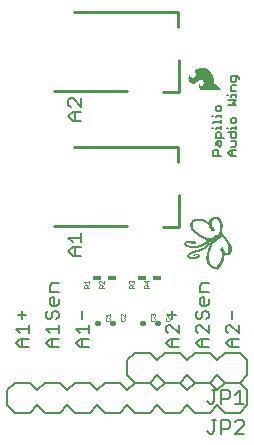
<source format=gbr>
G04 EAGLE Gerber RS-274X export*
G75*
%MOMM*%
%FSLAX34Y34*%
%LPD*%
%INSilkscreen Top*%
%IPPOS*%
%AMOC8*
5,1,8,0,0,1.08239X$1,22.5*%
G01*
%ADD10C,0.203200*%
%ADD11C,0.127000*%
%ADD12R,0.010600X0.341400*%
%ADD13R,0.010600X0.458600*%
%ADD14R,0.010800X0.501400*%
%ADD15R,0.010600X0.544000*%
%ADD16R,0.010600X0.587000*%
%ADD17R,0.010600X0.619000*%
%ADD18R,0.010600X0.672200*%
%ADD19R,0.010600X0.715200*%
%ADD20R,0.010600X0.747200*%
%ADD21R,0.010600X0.768600*%
%ADD22R,0.010600X0.811200*%
%ADD23R,0.010600X0.843200*%
%ADD24R,0.010600X0.875200*%
%ADD25R,0.010600X0.896600*%
%ADD26R,0.010600X0.928600*%
%ADD27R,0.010600X0.960600*%
%ADD28R,0.010600X0.981800*%
%ADD29R,0.010600X1.024600*%
%ADD30R,0.010600X1.056600*%
%ADD31R,0.010600X0.341600*%
%ADD32R,0.010600X0.320200*%
%ADD33R,0.010600X0.298600*%
%ADD34R,0.010600X0.288200*%
%ADD35R,0.010600X0.277200*%
%ADD36R,0.010600X0.256200*%
%ADD37R,0.010600X0.277400*%
%ADD38R,0.010600X0.224200*%
%ADD39R,0.010600X0.256000*%
%ADD40R,0.010600X0.213600*%
%ADD41R,0.010600X0.245400*%
%ADD42R,0.010600X0.202800*%
%ADD43R,0.010600X0.245200*%
%ADD44R,0.010600X0.192200*%
%ADD45R,0.010600X0.224000*%
%ADD46R,0.010600X0.213400*%
%ADD47R,0.010600X0.213200*%
%ADD48R,0.010600X0.234600*%
%ADD49R,0.010600X0.245600*%
%ADD50R,0.010600X0.181600*%
%ADD51R,0.010600X0.235000*%
%ADD52R,0.010600X0.171000*%
%ADD53R,0.010600X0.160200*%
%ADD54R,0.010600X0.149600*%
%ADD55R,0.010600X0.139000*%
%ADD56R,0.010600X0.117600*%
%ADD57R,0.010600X0.203000*%
%ADD58R,0.010600X0.106800*%
%ADD59R,0.010600X0.096200*%
%ADD60R,0.010600X0.085600*%
%ADD61R,0.010600X0.085400*%
%ADD62R,0.010600X0.170800*%
%ADD63R,0.010600X0.096000*%
%ADD64R,0.010600X0.160000*%
%ADD65R,0.010600X0.138600*%
%ADD66R,0.010600X0.106600*%
%ADD67R,0.010600X0.288000*%
%ADD68R,0.010600X0.384000*%
%ADD69R,0.010600X0.181400*%
%ADD70R,0.010600X0.149200*%
%ADD71R,0.010600X0.426600*%
%ADD72R,0.010600X0.149400*%
%ADD73R,0.010800X0.266600*%
%ADD74R,0.010800X0.160000*%
%ADD75R,0.010600X0.875000*%
%ADD76R,0.010600X0.928400*%
%ADD77R,0.010600X0.981600*%
%ADD78R,0.010600X1.035200*%
%ADD79R,0.010600X0.128000*%
%ADD80R,0.010600X1.078000*%
%ADD81R,0.010600X1.142000*%
%ADD82R,0.010600X1.184600*%
%ADD83R,0.010600X1.216600*%
%ADD84R,0.010600X1.238000*%
%ADD85R,0.010600X1.270000*%
%ADD86R,0.010600X0.480200*%
%ADD87R,0.010600X0.416000*%
%ADD88R,0.010600X0.394600*%
%ADD89R,0.010600X0.437600*%
%ADD90R,0.010600X0.266600*%
%ADD91R,0.010600X0.416200*%
%ADD92R,0.010600X0.352000*%
%ADD93R,0.010600X0.533600*%
%ADD94R,0.010600X0.395000*%
%ADD95R,0.010600X0.608400*%
%ADD96R,0.010600X0.373600*%
%ADD97R,0.010600X0.330600*%
%ADD98R,0.010600X0.715000*%
%ADD99R,0.010600X0.309400*%
%ADD100R,0.010600X0.309200*%
%ADD101R,0.010600X0.779000*%
%ADD102R,0.010600X0.320000*%
%ADD103R,0.010600X0.394800*%
%ADD104R,0.010600X0.907200*%
%ADD105R,0.010600X1.398000*%
%ADD106R,0.010600X1.419200*%
%ADD107R,0.010600X0.373400*%
%ADD108R,0.010600X1.451400*%
%ADD109R,0.010600X1.483400*%
%ADD110R,0.010600X0.362600*%
%ADD111R,0.010600X0.085200*%
%ADD112R,0.010600X1.504600*%
%ADD113R,0.010600X1.536600*%
%ADD114R,0.010600X1.558000*%
%ADD115R,0.010600X1.590000*%
%ADD116R,0.010600X0.522600*%
%ADD117R,0.010600X0.512000*%
%ADD118R,0.010600X0.501400*%
%ADD119R,0.010600X0.480000*%
%ADD120R,0.010600X0.459000*%
%ADD121R,0.010600X0.448200*%
%ADD122R,0.010600X0.427000*%
%ADD123R,0.010600X0.309600*%
%ADD124R,0.010600X0.384200*%
%ADD125R,0.010600X0.299000*%
%ADD126R,0.010600X0.298800*%
%ADD127R,0.010600X0.277600*%
%ADD128R,0.010600X0.267000*%
%ADD129R,0.010600X0.266800*%
%ADD130R,0.010600X0.202600*%
%ADD131R,0.010600X0.405600*%
%ADD132R,0.010600X0.234800*%
%ADD133R,0.010600X0.192000*%
%ADD134R,0.010600X0.448400*%
%ADD135R,0.010800X0.224200*%
%ADD136R,0.010800X0.469600*%
%ADD137R,0.010800X0.202600*%
%ADD138R,0.010600X0.469600*%
%ADD139R,0.010600X0.480400*%
%ADD140R,0.010600X0.491000*%
%ADD141R,0.010600X0.501600*%
%ADD142R,0.010600X0.117200*%
%ADD143R,0.010600X0.512200*%
%ADD144R,0.010600X0.490800*%
%ADD145R,0.010600X0.523000*%
%ADD146R,0.010600X0.554600*%
%ADD147R,0.010600X0.565400*%
%ADD148R,0.010600X0.170600*%
%ADD149R,0.010600X0.885600*%
%ADD150R,0.010600X0.853600*%
%ADD151R,0.010600X0.832200*%
%ADD152R,0.010600X0.800400*%
%ADD153R,0.010600X0.768200*%
%ADD154R,0.010600X0.736400*%
%ADD155R,0.010600X0.693600*%
%ADD156R,0.010600X0.117400*%
%ADD157R,0.010600X0.672400*%
%ADD158R,0.010600X0.064000*%
%ADD159R,0.010600X0.074600*%
%ADD160R,0.010600X0.629600*%
%ADD161R,0.010600X0.597600*%
%ADD162R,0.010600X0.021200*%
%ADD163R,0.010600X1.291400*%
%ADD164R,0.010800X1.195400*%
%ADD165R,0.010800X0.288000*%
%ADD166R,0.010800X0.106600*%
%ADD167R,0.010800X0.085400*%
%ADD168R,0.010600X1.152600*%
%ADD169R,0.010600X1.110000*%
%ADD170R,0.010600X0.971200*%
%ADD171R,0.010600X0.864600*%
%ADD172R,0.010600X0.800600*%
%ADD173R,0.010600X0.565600*%
%ADD174R,0.010600X0.490600*%
%ADD175R,0.010600X0.128200*%
%ADD176R,0.010600X0.138800*%
%ADD177R,0.010600X0.181200*%
%ADD178R,0.010600X0.074800*%
%ADD179R,0.010600X0.075000*%
%ADD180R,0.010800X0.085200*%
%ADD181R,0.010800X0.085600*%
%ADD182R,0.010800X0.170600*%
%ADD183R,0.010600X0.107000*%
%ADD184R,0.010600X0.053200*%
%ADD185R,0.010600X0.032000*%
%ADD186R,0.010600X0.053400*%
%ADD187R,0.010600X0.042600*%
%ADD188R,0.010600X0.010600*%
%ADD189R,0.010800X0.042600*%
%ADD190R,0.010800X0.074600*%
%ADD191R,0.010800X0.213200*%
%ADD192R,0.010600X0.725600*%
%ADD193R,0.010600X0.661600*%
%ADD194R,0.010600X0.522800*%
%ADD195R,0.010800X0.117200*%
%ADD196R,0.711200X0.406400*%
%ADD197C,0.025400*%
%ADD198C,0.254000*%
%ADD199C,0.406400*%

G36*
X181590Y272927D02*
X181590Y272927D01*
X181594Y272925D01*
X181634Y272946D01*
X181676Y272963D01*
X181678Y272968D01*
X181682Y272970D01*
X181695Y273013D01*
X181711Y273055D01*
X181709Y273060D01*
X181711Y273064D01*
X181675Y273134D01*
X181670Y273144D01*
X181669Y273145D01*
X176187Y278017D01*
X175405Y278871D01*
X174816Y279861D01*
X174689Y280212D01*
X174624Y280580D01*
X174624Y282855D01*
X174622Y282860D01*
X174624Y282866D01*
X174500Y284230D01*
X174494Y284240D01*
X174496Y284252D01*
X174128Y285571D01*
X174120Y285579D01*
X174119Y285592D01*
X173519Y286822D01*
X173512Y286829D01*
X173509Y286840D01*
X172692Y287997D01*
X172684Y288002D01*
X172681Y288011D01*
X171709Y289042D01*
X171701Y289046D01*
X171698Y289052D01*
X171697Y289053D01*
X171696Y289054D01*
X170589Y289939D01*
X170579Y289941D01*
X170572Y289950D01*
X168891Y290897D01*
X168880Y290898D01*
X168870Y290906D01*
X167046Y291534D01*
X167035Y291533D01*
X167024Y291540D01*
X165117Y291828D01*
X165106Y291825D01*
X165094Y291830D01*
X163166Y291769D01*
X163157Y291765D01*
X163145Y291767D01*
X162106Y291560D01*
X162098Y291555D01*
X162088Y291555D01*
X161090Y291197D01*
X161083Y291191D01*
X161072Y291190D01*
X160138Y290688D01*
X160131Y290679D01*
X160119Y290676D01*
X158982Y289769D01*
X158976Y289758D01*
X158963Y289751D01*
X158042Y288625D01*
X158030Y288582D01*
X158014Y288541D01*
X158016Y288536D01*
X158015Y288530D01*
X158037Y288492D01*
X158055Y288452D01*
X158061Y288449D01*
X158063Y288445D01*
X158092Y288437D01*
X158140Y288419D01*
X159020Y288419D01*
X159141Y288403D01*
X159243Y288359D01*
X159583Y288085D01*
X159831Y287724D01*
X159896Y287550D01*
X159954Y287012D01*
X159856Y286482D01*
X159607Y285994D01*
X158956Y285092D01*
X158602Y284680D01*
X158192Y284329D01*
X157734Y284046D01*
X157240Y283840D01*
X156940Y283781D01*
X156637Y283793D01*
X156118Y283950D01*
X155658Y284236D01*
X155288Y284631D01*
X155033Y285112D01*
X154895Y285602D01*
X154837Y286113D01*
X154837Y286716D01*
X154837Y286717D01*
X154828Y286739D01*
X154799Y286807D01*
X154707Y286842D01*
X154697Y286838D01*
X154622Y286804D01*
X154619Y286802D01*
X154618Y286801D01*
X154617Y286800D01*
X154597Y286779D01*
X154595Y286775D01*
X154592Y286774D01*
X154591Y286770D01*
X154586Y286768D01*
X154248Y286333D01*
X154244Y286318D01*
X154232Y286306D01*
X154011Y285802D01*
X154011Y285801D01*
X153859Y285445D01*
X153758Y285217D01*
X153758Y285207D01*
X153751Y285197D01*
X153531Y284319D01*
X153533Y284310D01*
X153528Y284300D01*
X153442Y283400D01*
X153446Y283390D01*
X153442Y283378D01*
X153508Y282510D01*
X153514Y282499D01*
X153513Y282486D01*
X153744Y281646D01*
X153752Y281636D01*
X153753Y281623D01*
X154141Y280843D01*
X154149Y280836D01*
X154152Y280825D01*
X154712Y280048D01*
X154719Y280044D01*
X154723Y280035D01*
X155381Y279339D01*
X155392Y279334D01*
X155400Y279323D01*
X156003Y278892D01*
X156018Y278889D01*
X156031Y278877D01*
X156723Y278610D01*
X156739Y278610D01*
X156754Y278602D01*
X157491Y278515D01*
X157506Y278520D01*
X157523Y278516D01*
X158258Y278615D01*
X158271Y278623D01*
X158288Y278623D01*
X158976Y278903D01*
X158985Y278912D01*
X158999Y278915D01*
X160757Y280102D01*
X160763Y280110D01*
X160773Y280114D01*
X162314Y281567D01*
X162749Y281937D01*
X163252Y282177D01*
X163800Y282279D01*
X164356Y282236D01*
X164881Y282050D01*
X165341Y281735D01*
X165706Y281310D01*
X165999Y280767D01*
X166197Y280181D01*
X166294Y279571D01*
X166259Y278860D01*
X166052Y278182D01*
X165687Y277576D01*
X165359Y277263D01*
X164955Y277057D01*
X164539Y276964D01*
X164111Y276964D01*
X163696Y277057D01*
X163558Y277129D01*
X163444Y277247D01*
X162845Y278071D01*
X162774Y278204D01*
X162746Y278342D01*
X162762Y278500D01*
X162748Y278543D01*
X162737Y278588D01*
X162733Y278590D01*
X162732Y278594D01*
X162691Y278614D01*
X162652Y278637D01*
X162648Y278636D01*
X162644Y278638D01*
X162601Y278623D01*
X162557Y278610D01*
X162555Y278607D01*
X162551Y278606D01*
X162532Y278568D01*
X162511Y278532D01*
X162435Y278049D01*
X162437Y278044D01*
X162434Y278039D01*
X162361Y277099D01*
X162363Y277093D01*
X162361Y277087D01*
X162362Y277084D01*
X162361Y277079D01*
X162434Y276139D01*
X162439Y276129D01*
X162438Y276117D01*
X162622Y275418D01*
X162630Y275408D01*
X162631Y275394D01*
X162952Y274746D01*
X162961Y274738D01*
X162965Y274724D01*
X163410Y274154D01*
X163421Y274148D01*
X163427Y274136D01*
X163977Y273666D01*
X163989Y273662D01*
X163998Y273651D01*
X164730Y273250D01*
X164743Y273249D01*
X164754Y273240D01*
X165553Y273000D01*
X165566Y273001D01*
X165579Y272995D01*
X166410Y272925D01*
X166416Y272927D01*
X166421Y272925D01*
X181585Y272925D01*
X181590Y272927D01*
G37*
D10*
X43434Y55626D02*
X36316Y55626D01*
X32757Y59185D01*
X36316Y62744D01*
X43434Y62744D01*
X38095Y62744D02*
X38095Y55626D01*
X36316Y67320D02*
X32757Y70879D01*
X43434Y70879D01*
X43434Y67320D02*
X43434Y74438D01*
X32757Y84353D02*
X34536Y86132D01*
X32757Y84353D02*
X32757Y80793D01*
X34536Y79014D01*
X36316Y79014D01*
X38095Y80793D01*
X38095Y84353D01*
X39875Y86132D01*
X41655Y86132D01*
X43434Y84353D01*
X43434Y80793D01*
X41655Y79014D01*
X43434Y92487D02*
X43434Y96046D01*
X43434Y92487D02*
X41655Y90708D01*
X38095Y90708D01*
X36316Y92487D01*
X36316Y96046D01*
X38095Y97826D01*
X39875Y97826D01*
X39875Y90708D01*
X43434Y102402D02*
X36316Y102402D01*
X36316Y107740D01*
X38095Y109520D01*
X43434Y109520D01*
X137916Y55626D02*
X145034Y55626D01*
X137916Y55626D02*
X134357Y59185D01*
X137916Y62744D01*
X145034Y62744D01*
X139695Y62744D02*
X139695Y55626D01*
X145034Y67320D02*
X145034Y74438D01*
X145034Y67320D02*
X137916Y74438D01*
X136136Y74438D01*
X134357Y72659D01*
X134357Y69099D01*
X136136Y67320D01*
X139695Y79014D02*
X139695Y86132D01*
X136136Y82573D02*
X143255Y82573D01*
X188716Y55626D02*
X195834Y55626D01*
X188716Y55626D02*
X185157Y59185D01*
X188716Y62744D01*
X195834Y62744D01*
X190495Y62744D02*
X190495Y55626D01*
X195834Y67320D02*
X195834Y74438D01*
X195834Y67320D02*
X188716Y74438D01*
X186936Y74438D01*
X185157Y72659D01*
X185157Y69099D01*
X186936Y67320D01*
X190495Y79014D02*
X190495Y86132D01*
X18034Y55626D02*
X10916Y55626D01*
X7357Y59185D01*
X10916Y62744D01*
X18034Y62744D01*
X12695Y62744D02*
X12695Y55626D01*
X10916Y67320D02*
X7357Y70879D01*
X18034Y70879D01*
X18034Y67320D02*
X18034Y74438D01*
X12695Y79014D02*
X12695Y86132D01*
X9136Y82573D02*
X16255Y82573D01*
X61716Y55626D02*
X68834Y55626D01*
X61716Y55626D02*
X58157Y59185D01*
X61716Y62744D01*
X68834Y62744D01*
X63495Y62744D02*
X63495Y55626D01*
X61716Y67320D02*
X58157Y70879D01*
X68834Y70879D01*
X68834Y67320D02*
X68834Y74438D01*
X63495Y79014D02*
X63495Y86132D01*
X163316Y55626D02*
X170434Y55626D01*
X163316Y55626D02*
X159757Y59185D01*
X163316Y62744D01*
X170434Y62744D01*
X165095Y62744D02*
X165095Y55626D01*
X170434Y67320D02*
X170434Y74438D01*
X170434Y67320D02*
X163316Y74438D01*
X161536Y74438D01*
X159757Y72659D01*
X159757Y69099D01*
X161536Y67320D01*
X159757Y84353D02*
X161536Y86132D01*
X159757Y84353D02*
X159757Y80793D01*
X161536Y79014D01*
X163316Y79014D01*
X165095Y80793D01*
X165095Y84353D01*
X166875Y86132D01*
X168655Y86132D01*
X170434Y84353D01*
X170434Y80793D01*
X168655Y79014D01*
X170434Y92487D02*
X170434Y96046D01*
X170434Y92487D02*
X168655Y90708D01*
X165095Y90708D01*
X163316Y92487D01*
X163316Y96046D01*
X165095Y97826D01*
X166875Y97826D01*
X166875Y90708D01*
X170434Y102402D02*
X163316Y102402D01*
X163316Y107740D01*
X165095Y109520D01*
X170434Y109520D01*
D11*
X174111Y217805D02*
X180975Y217805D01*
X174111Y217805D02*
X174111Y221237D01*
X175255Y222381D01*
X177543Y222381D01*
X178687Y221237D01*
X178687Y217805D01*
X176399Y226433D02*
X176399Y228721D01*
X177543Y229865D01*
X180975Y229865D01*
X180975Y226433D01*
X179831Y225289D01*
X178687Y226433D01*
X178687Y229865D01*
X176399Y232773D02*
X183263Y232773D01*
X176399Y232773D02*
X176399Y236205D01*
X177543Y237349D01*
X179831Y237349D01*
X180975Y236205D01*
X180975Y232773D01*
X176399Y240257D02*
X176399Y241401D01*
X180975Y241401D01*
X180975Y240257D02*
X180975Y242545D01*
X174111Y241401D02*
X172967Y241401D01*
X174111Y245247D02*
X174111Y246391D01*
X180975Y246391D01*
X180975Y245247D02*
X180975Y247535D01*
X176399Y250236D02*
X176399Y251380D01*
X180975Y251380D01*
X180975Y250236D02*
X180975Y252524D01*
X174111Y251380D02*
X172967Y251380D01*
X180975Y256370D02*
X180975Y258658D01*
X179831Y259802D01*
X177543Y259802D01*
X176399Y258658D01*
X176399Y256370D01*
X177543Y255226D01*
X179831Y255226D01*
X180975Y256370D01*
X189099Y217805D02*
X193675Y217805D01*
X189099Y217805D02*
X186811Y220093D01*
X189099Y222381D01*
X193675Y222381D01*
X190243Y222381D02*
X190243Y217805D01*
X189099Y225289D02*
X192531Y225289D01*
X193675Y226433D01*
X193675Y229865D01*
X189099Y229865D01*
X186811Y237349D02*
X193675Y237349D01*
X193675Y233917D01*
X192531Y232773D01*
X190243Y232773D01*
X189099Y233917D01*
X189099Y237349D01*
X189099Y240257D02*
X189099Y241401D01*
X193675Y241401D01*
X193675Y240257D02*
X193675Y242545D01*
X186811Y241401D02*
X185667Y241401D01*
X193675Y246391D02*
X193675Y248679D01*
X192531Y249823D01*
X190243Y249823D01*
X189099Y248679D01*
X189099Y246391D01*
X190243Y245247D01*
X192531Y245247D01*
X193675Y246391D01*
X193675Y260215D02*
X186811Y260215D01*
X191387Y262503D02*
X193675Y260215D01*
X191387Y262503D02*
X193675Y264791D01*
X186811Y264791D01*
X189099Y267699D02*
X189099Y268843D01*
X193675Y268843D01*
X193675Y267699D02*
X193675Y269987D01*
X186811Y268843D02*
X185667Y268843D01*
X189099Y272689D02*
X193675Y272689D01*
X189099Y272689D02*
X189099Y276121D01*
X190243Y277265D01*
X193675Y277265D01*
X195963Y282461D02*
X195963Y283605D01*
X194819Y284749D01*
X189099Y284749D01*
X189099Y281317D01*
X190243Y280173D01*
X192531Y280173D01*
X193675Y281317D01*
X193675Y284749D01*
D12*
X189972Y138293D03*
D13*
X189866Y138559D03*
D14*
X189758Y138560D03*
D15*
X189650Y138559D03*
D16*
X189543Y138561D03*
D17*
X189436Y138614D03*
D18*
X189330Y138667D03*
D19*
X189223Y138666D03*
D20*
X189116Y138719D03*
D21*
X189010Y138720D03*
D22*
X188903Y138719D03*
D23*
X188796Y138773D03*
D24*
X188690Y138719D03*
D25*
X188583Y138720D03*
D26*
X188476Y138773D03*
D27*
X188370Y138826D03*
D28*
X188263Y138826D03*
D29*
X188156Y138933D03*
D30*
X188050Y138986D03*
D31*
X187943Y135411D03*
D32*
X187943Y142881D03*
X187836Y135198D03*
D33*
X187836Y143096D03*
D34*
X187729Y135038D03*
D35*
X187729Y143309D03*
D36*
X187623Y134878D03*
D37*
X187623Y143523D03*
D38*
X187516Y134718D03*
D39*
X187516Y143736D03*
D40*
X187409Y134665D03*
D41*
X187409Y143896D03*
D42*
X187303Y134611D03*
D43*
X187303Y144109D03*
D42*
X187196Y134504D03*
D41*
X187196Y144323D03*
D44*
X187089Y134451D03*
D43*
X187089Y144536D03*
D44*
X186983Y134451D03*
D45*
X186983Y144750D03*
D44*
X186876Y134451D03*
D45*
X186876Y144856D03*
D44*
X186769Y134451D03*
D45*
X186769Y145070D03*
D44*
X186663Y134451D03*
D46*
X186663Y145230D03*
D44*
X186556Y134451D03*
D47*
X186556Y145336D03*
D44*
X186449Y134451D03*
D45*
X186449Y145496D03*
D44*
X186343Y134451D03*
D45*
X186343Y145710D03*
D44*
X186236Y134451D03*
D48*
X186236Y145869D03*
D44*
X186129Y134451D03*
D48*
X186129Y146083D03*
D44*
X186023Y134451D03*
D48*
X186023Y146296D03*
D44*
X185916Y134451D03*
D48*
X185916Y146509D03*
D44*
X185809Y134451D03*
D48*
X185809Y146616D03*
D44*
X185703Y134451D03*
D49*
X185703Y146778D03*
D44*
X185596Y134451D03*
D36*
X185596Y146937D03*
D44*
X185489Y134451D03*
D49*
X185489Y147098D03*
D50*
X185383Y134505D03*
D51*
X185383Y147258D03*
D52*
X185276Y134558D03*
D38*
X185276Y147418D03*
D53*
X185169Y134611D03*
D40*
X185169Y147578D03*
D54*
X185062Y134665D03*
D40*
X185062Y147685D03*
D55*
X184956Y134718D03*
D42*
X184956Y147844D03*
D56*
X184849Y134825D03*
D42*
X184849Y147951D03*
D56*
X184742Y134931D03*
D57*
X184742Y148058D03*
D58*
X184636Y134984D03*
D42*
X184636Y148164D03*
D59*
X184529Y135144D03*
D42*
X184529Y148271D03*
D59*
X184422Y135251D03*
D44*
X184422Y148431D03*
D60*
X184316Y135411D03*
D52*
X184316Y148538D03*
D61*
X184209Y135626D03*
D62*
X184209Y148644D03*
D63*
X184102Y135786D03*
D64*
X184102Y148806D03*
D65*
X183996Y133223D03*
D66*
X183996Y135946D03*
D64*
X183996Y148913D03*
D67*
X183889Y132690D03*
D65*
X183889Y136106D03*
D64*
X183889Y149019D03*
D12*
X183782Y132743D03*
D64*
X183782Y136319D03*
X183782Y149126D03*
D68*
X183676Y132636D03*
D69*
X183676Y136533D03*
D70*
X183676Y149179D03*
D71*
X183569Y132636D03*
D45*
X183569Y136746D03*
D72*
X183569Y149286D03*
D14*
X183461Y132583D03*
D73*
X183461Y136852D03*
D74*
X183461Y149339D03*
D75*
X183353Y134131D03*
D72*
X183353Y149393D03*
D76*
X183246Y134078D03*
D65*
X183246Y149446D03*
D77*
X183140Y134024D03*
D65*
X183140Y149552D03*
D78*
X183033Y133863D03*
D79*
X183033Y149606D03*
D80*
X182926Y133863D03*
D47*
X182926Y150139D03*
D81*
X182820Y133650D03*
D45*
X182820Y150299D03*
D82*
X182713Y133543D03*
D48*
X182713Y150352D03*
D83*
X182606Y133490D03*
D48*
X182606Y150459D03*
D84*
X182500Y133383D03*
D41*
X182500Y150513D03*
D79*
X182500Y158676D03*
D85*
X182393Y133330D03*
D43*
X182393Y150619D03*
D47*
X182393Y158676D03*
D86*
X182286Y128954D03*
D87*
X182286Y137599D03*
D39*
X182286Y150673D03*
D88*
X182286Y158516D03*
D89*
X182180Y128421D03*
D68*
X182180Y137759D03*
D90*
X182180Y150726D03*
D86*
X182180Y158624D03*
D91*
X182073Y128101D03*
D92*
X182073Y137813D03*
D90*
X182073Y150726D03*
D93*
X182073Y158571D03*
D94*
X181966Y127888D03*
D12*
X181966Y137866D03*
D37*
X181966Y150673D03*
D95*
X181966Y158411D03*
D96*
X181860Y127568D03*
D97*
X181860Y137919D03*
D67*
X181860Y150619D03*
D98*
X181860Y158198D03*
D96*
X181753Y127354D03*
D99*
X181753Y138026D03*
D100*
X181753Y150619D03*
D101*
X181753Y158091D03*
D94*
X181646Y127141D03*
D33*
X181646Y138079D03*
D102*
X181646Y150566D03*
D23*
X181646Y158196D03*
D103*
X181539Y127034D03*
D35*
X181539Y138079D03*
D92*
X181539Y150619D03*
D104*
X181539Y158089D03*
D94*
X181433Y126821D03*
D39*
X181433Y138186D03*
D105*
X181433Y155743D03*
D88*
X181326Y126606D03*
D48*
X181326Y138186D03*
D106*
X181326Y155849D03*
D107*
X181219Y126393D03*
D47*
X181219Y138186D03*
D108*
X181219Y155903D03*
D107*
X181113Y126180D03*
D69*
X181113Y138133D03*
D109*
X181113Y155956D03*
D110*
X181006Y126019D03*
D111*
X181006Y138079D03*
D112*
X181006Y155956D03*
D110*
X180899Y125806D03*
D113*
X180899Y156009D03*
D12*
X180793Y125593D03*
D114*
X180793Y156009D03*
D12*
X180686Y125380D03*
D115*
X180686Y156063D03*
D12*
X180579Y125166D03*
D116*
X180579Y150726D03*
D96*
X180579Y162251D03*
D97*
X180473Y125006D03*
D117*
X180473Y150566D03*
D97*
X180473Y162572D03*
D12*
X180366Y124846D03*
D118*
X180366Y150406D03*
D97*
X180366Y162786D03*
X180259Y124686D03*
D119*
X180259Y150299D03*
D102*
X180259Y162946D03*
X180153Y124526D03*
D120*
X180153Y150085D03*
D99*
X180153Y163106D03*
D102*
X180046Y124419D03*
D121*
X180046Y150031D03*
D67*
X180046Y163213D03*
D102*
X179939Y124206D03*
D122*
X179939Y149925D03*
D37*
X179939Y163373D03*
D102*
X179833Y124099D03*
D91*
X179833Y149764D03*
D35*
X179833Y163479D03*
D99*
X179726Y124046D03*
D94*
X179726Y149658D03*
D90*
X179726Y163639D03*
D123*
X179619Y123938D03*
D103*
X179619Y149551D03*
D90*
X179619Y163746D03*
D123*
X179513Y123831D03*
D124*
X179513Y149498D03*
D41*
X179513Y163853D03*
D125*
X179406Y123778D03*
D124*
X179406Y149391D03*
D41*
X179406Y163960D03*
D126*
X179299Y123671D03*
D94*
X179299Y149338D03*
D43*
X179299Y164066D03*
D34*
X179193Y123618D03*
D103*
X179193Y149231D03*
D41*
X179193Y164173D03*
D34*
X179086Y123511D03*
D124*
X179086Y149178D03*
D48*
X179086Y164226D03*
D127*
X178979Y123458D03*
D94*
X178979Y149125D03*
D45*
X178979Y164280D03*
D128*
X178872Y123298D03*
D94*
X178872Y149018D03*
D48*
X178872Y164333D03*
D129*
X178766Y123191D03*
D124*
X178766Y148964D03*
D45*
X178766Y164386D03*
D129*
X178659Y123191D03*
D124*
X178659Y148858D03*
D46*
X178659Y164440D03*
D128*
X178552Y123085D03*
D124*
X178552Y148858D03*
D47*
X178552Y164546D03*
D36*
X178446Y123031D03*
D124*
X178446Y148751D03*
D130*
X178446Y164599D03*
D128*
X178339Y122978D03*
D94*
X178339Y148698D03*
D130*
X178339Y164599D03*
D36*
X178232Y122924D03*
D103*
X178232Y148591D03*
D130*
X178232Y164706D03*
D49*
X178126Y122871D03*
D131*
X178126Y148538D03*
D130*
X178126Y164706D03*
D49*
X178019Y122765D03*
D91*
X178019Y148378D03*
D130*
X178019Y164706D03*
D132*
X177912Y122711D03*
D122*
X177912Y148325D03*
D133*
X177912Y164760D03*
D38*
X177806Y122658D03*
D122*
X177806Y148218D03*
D130*
X177806Y164813D03*
D38*
X177699Y122658D03*
D121*
X177699Y148111D03*
D133*
X177699Y164866D03*
D38*
X177592Y122551D03*
D121*
X177592Y148004D03*
D133*
X177592Y164866D03*
D38*
X177486Y122551D03*
D134*
X177486Y147898D03*
D133*
X177486Y164973D03*
D38*
X177379Y122551D03*
D120*
X177379Y147845D03*
D133*
X177379Y164973D03*
D38*
X177272Y122551D03*
D120*
X177272Y147738D03*
D133*
X177272Y164973D03*
D38*
X177166Y122551D03*
D120*
X177166Y147631D03*
D130*
X177166Y165026D03*
D135*
X177058Y122551D03*
D136*
X177058Y147578D03*
D137*
X177058Y165026D03*
D38*
X176950Y122551D03*
D138*
X176950Y147471D03*
D130*
X176950Y165026D03*
D51*
X176843Y122498D03*
D139*
X176843Y147418D03*
D130*
X176843Y165026D03*
D51*
X176736Y122498D03*
D140*
X176736Y147365D03*
D46*
X176736Y165080D03*
D51*
X176630Y122498D03*
D140*
X176630Y147258D03*
D46*
X176630Y165080D03*
D38*
X176523Y122551D03*
D141*
X176523Y147204D03*
D46*
X176523Y165080D03*
D38*
X176416Y122551D03*
D140*
X176416Y147151D03*
D46*
X176416Y165080D03*
D38*
X176310Y122551D03*
D141*
X176310Y147098D03*
D45*
X176310Y165026D03*
D38*
X176203Y122551D03*
D141*
X176203Y146991D03*
D45*
X176203Y165026D03*
D38*
X176096Y122551D03*
D141*
X176096Y146884D03*
D45*
X176096Y165026D03*
D40*
X175990Y122605D03*
D141*
X175990Y146778D03*
D48*
X175990Y164973D03*
D40*
X175883Y122605D03*
D141*
X175883Y146671D03*
D48*
X175883Y164973D03*
D40*
X175776Y122605D03*
D141*
X175776Y146671D03*
D41*
X175776Y164920D03*
D57*
X175670Y122658D03*
D141*
X175670Y146564D03*
D41*
X175670Y164813D03*
D57*
X175563Y122658D03*
D141*
X175563Y146458D03*
D142*
X175563Y154782D03*
D48*
X175563Y164759D03*
D40*
X175456Y122711D03*
D143*
X175456Y146404D03*
D70*
X175456Y154942D03*
D43*
X175456Y164706D03*
D40*
X175350Y122711D03*
D143*
X175350Y146297D03*
D50*
X175350Y154995D03*
D48*
X175350Y164653D03*
D40*
X175243Y122818D03*
D141*
X175243Y146244D03*
D40*
X175243Y155048D03*
D41*
X175243Y164600D03*
D40*
X175136Y122818D03*
D140*
X175136Y146191D03*
D51*
X175136Y155048D03*
D48*
X175136Y164546D03*
D40*
X175029Y122818D03*
D141*
X175029Y146138D03*
D49*
X175029Y155101D03*
D48*
X175029Y164439D03*
D40*
X174923Y122925D03*
D144*
X174923Y146084D03*
D128*
X174923Y155208D03*
D48*
X174923Y164439D03*
D40*
X174816Y122925D03*
D141*
X174816Y146031D03*
D128*
X174816Y155208D03*
D48*
X174816Y164333D03*
D40*
X174709Y123031D03*
D143*
X174709Y145977D03*
D127*
X174709Y155261D03*
D41*
X174709Y164280D03*
D40*
X174603Y123031D03*
D143*
X174603Y145871D03*
D127*
X174603Y155261D03*
D41*
X174603Y164173D03*
D40*
X174496Y123138D03*
D143*
X174496Y145764D03*
D34*
X174496Y155314D03*
D48*
X174496Y164119D03*
D40*
X174389Y123138D03*
D143*
X174389Y145764D03*
D125*
X174389Y155368D03*
D48*
X174389Y164013D03*
D40*
X174283Y123245D03*
D145*
X174283Y145604D03*
D123*
X174283Y155421D03*
D48*
X174283Y163906D03*
D38*
X174176Y123298D03*
D145*
X174176Y145498D03*
D125*
X174176Y155475D03*
D45*
X174176Y163853D03*
D38*
X174069Y123404D03*
D145*
X174069Y145391D03*
D126*
X174069Y155581D03*
D45*
X174069Y163746D03*
D38*
X173963Y123511D03*
D93*
X173963Y145231D03*
D35*
X173963Y155689D03*
D45*
X173963Y163640D03*
D51*
X173856Y123565D03*
D15*
X173856Y145069D03*
D37*
X173856Y155796D03*
D41*
X173856Y163426D03*
D48*
X173749Y123672D03*
D146*
X173749Y144909D03*
D37*
X173749Y155903D03*
D39*
X173749Y163266D03*
D48*
X173643Y123779D03*
D147*
X173643Y144856D03*
D67*
X173643Y156063D03*
D33*
X173643Y163052D03*
D48*
X173536Y123886D03*
D69*
X173536Y142723D03*
D110*
X173536Y145763D03*
D67*
X173536Y156169D03*
D99*
X173536Y162893D03*
D45*
X173429Y123939D03*
D148*
X173429Y142349D03*
D12*
X173429Y145870D03*
D67*
X173429Y156276D03*
D99*
X173429Y162786D03*
D45*
X173323Y124046D03*
D50*
X173323Y142081D03*
D102*
X173323Y145870D03*
D33*
X173323Y156436D03*
D97*
X173323Y162679D03*
D45*
X173216Y124153D03*
D50*
X173216Y141868D03*
D99*
X173216Y145923D03*
X173216Y156703D03*
D110*
X173216Y162412D03*
D45*
X173109Y124259D03*
D42*
X173109Y141654D03*
D33*
X173109Y145976D03*
D149*
X173109Y159691D03*
D45*
X173003Y124366D03*
D40*
X173003Y141495D03*
D67*
X173003Y146030D03*
D150*
X173003Y159744D03*
D45*
X172896Y124473D03*
D36*
X172896Y141281D03*
D37*
X172896Y146083D03*
D151*
X172896Y159744D03*
D48*
X172789Y124632D03*
D129*
X172789Y141121D03*
D90*
X172789Y146136D03*
D152*
X172789Y159691D03*
D48*
X172683Y124739D03*
D34*
X172683Y140907D03*
D39*
X172683Y146190D03*
D153*
X172683Y159744D03*
D45*
X172576Y124899D03*
D127*
X172576Y140748D03*
D41*
X172576Y146243D03*
D154*
X172576Y159798D03*
D48*
X172469Y125059D03*
D126*
X172469Y140534D03*
D79*
X172469Y145656D03*
D63*
X172469Y146990D03*
D155*
X172469Y159798D03*
D48*
X172362Y125166D03*
D126*
X172362Y140214D03*
D156*
X172362Y145603D03*
D111*
X172362Y147043D03*
D157*
X172362Y159798D03*
D48*
X172256Y125379D03*
D125*
X172256Y140001D03*
D158*
X172256Y143203D03*
D66*
X172256Y145549D03*
D159*
X172256Y147096D03*
D160*
X172256Y159798D03*
D48*
X172149Y125486D03*
D99*
X172149Y139840D03*
D61*
X172149Y143203D03*
D66*
X172149Y145549D03*
D159*
X172149Y147096D03*
D161*
X172149Y159851D03*
D43*
X172042Y125646D03*
D97*
X172042Y139626D03*
D142*
X172042Y143149D03*
D66*
X172042Y145549D03*
D159*
X172042Y147096D03*
D39*
X172042Y158356D03*
D36*
X172042Y161451D03*
D39*
X171936Y125806D03*
D102*
X171936Y139360D03*
D65*
X171936Y143149D03*
D66*
X171936Y145549D03*
D159*
X171936Y147096D03*
D41*
X171936Y158410D03*
D148*
X171936Y161559D03*
D90*
X171829Y125966D03*
D99*
X171829Y139093D03*
D64*
X171829Y143149D03*
D66*
X171829Y145549D03*
D159*
X171829Y147096D03*
D45*
X171829Y158516D03*
D162*
X171829Y161132D03*
D158*
X171829Y161773D03*
D67*
X171722Y126180D03*
X171722Y138880D03*
D69*
X171722Y143256D03*
D66*
X171722Y145549D03*
D159*
X171722Y147096D03*
D46*
X171722Y158570D03*
D33*
X171616Y126339D03*
D67*
X171616Y138666D03*
D133*
X171616Y143203D03*
D66*
X171616Y145549D03*
D61*
X171616Y147150D03*
D48*
X171616Y158889D03*
D97*
X171509Y126606D03*
D99*
X171509Y138453D03*
D130*
X171509Y143149D03*
D66*
X171509Y145549D03*
D61*
X171509Y147150D03*
D48*
X171509Y159103D03*
D92*
X171402Y126820D03*
D33*
X171402Y138186D03*
D46*
X171402Y143096D03*
D66*
X171402Y145549D03*
D61*
X171402Y147150D03*
D41*
X171402Y159263D03*
D96*
X171296Y127034D03*
D102*
X171296Y137759D03*
D45*
X171296Y143043D03*
D66*
X171296Y145549D03*
D61*
X171296Y147150D03*
D132*
X171296Y159424D03*
D131*
X171189Y127301D03*
D102*
X171189Y137439D03*
D41*
X171189Y143043D03*
D63*
X171189Y145603D03*
D61*
X171189Y147150D03*
D51*
X171189Y159531D03*
D138*
X171082Y127728D03*
D96*
X171082Y136958D03*
D39*
X171082Y142989D03*
D63*
X171082Y145603D03*
D61*
X171082Y147150D03*
D38*
X171082Y159691D03*
D163*
X170976Y131943D03*
D90*
X170976Y143042D03*
D63*
X170976Y145603D03*
D61*
X170976Y147150D03*
D38*
X170976Y159798D03*
D84*
X170869Y131783D03*
D35*
X170869Y142989D03*
D63*
X170869Y145603D03*
D61*
X170869Y147150D03*
D38*
X170869Y159904D03*
D164*
X170761Y131783D03*
D165*
X170761Y142936D03*
D166*
X170761Y145549D03*
D167*
X170761Y147150D03*
D135*
X170761Y160011D03*
D168*
X170653Y131783D03*
D67*
X170653Y142936D03*
D66*
X170653Y145549D03*
D61*
X170653Y147150D03*
D38*
X170653Y160118D03*
D169*
X170546Y131676D03*
D123*
X170546Y142828D03*
D66*
X170546Y145549D03*
D61*
X170546Y147150D03*
D38*
X170546Y160224D03*
D78*
X170440Y131516D03*
D56*
X170440Y141761D03*
D64*
X170440Y143576D03*
D66*
X170440Y145549D03*
D61*
X170440Y147150D03*
D40*
X170440Y160278D03*
D170*
X170333Y131409D03*
D56*
X170333Y141655D03*
D70*
X170333Y143629D03*
D66*
X170333Y145549D03*
D61*
X170333Y147150D03*
D40*
X170333Y160385D03*
D104*
X170226Y131409D03*
D56*
X170226Y141548D03*
D65*
X170226Y143682D03*
D66*
X170226Y145549D03*
D61*
X170226Y147150D03*
D40*
X170226Y160491D03*
D171*
X170120Y131410D03*
D56*
X170120Y141441D03*
D65*
X170120Y143682D03*
D142*
X170120Y145496D03*
D63*
X170120Y147203D03*
D40*
X170120Y160598D03*
D172*
X170013Y131303D03*
D56*
X170013Y141335D03*
D65*
X170013Y143789D03*
D142*
X170013Y145496D03*
D63*
X170013Y147203D03*
D40*
X170013Y160705D03*
D98*
X169906Y131302D03*
D56*
X169906Y141335D03*
D33*
X169906Y144589D03*
D63*
X169906Y147203D03*
D57*
X169906Y160758D03*
D160*
X169800Y131301D03*
D56*
X169800Y141228D03*
D67*
X169800Y144643D03*
D63*
X169800Y147203D03*
D40*
X169800Y160811D03*
D173*
X169693Y131301D03*
D56*
X169693Y141121D03*
D67*
X169693Y144643D03*
D66*
X169693Y147256D03*
D40*
X169693Y160918D03*
D174*
X169586Y131249D03*
D56*
X169586Y141015D03*
D37*
X169586Y144590D03*
D66*
X169586Y147256D03*
D40*
X169586Y161025D03*
D12*
X169480Y131036D03*
D56*
X169480Y140908D03*
D39*
X169480Y144590D03*
D142*
X169480Y147203D03*
D40*
X169480Y161131D03*
D156*
X169373Y140800D03*
D43*
X169373Y144536D03*
D175*
X169373Y147258D03*
D42*
X169373Y161184D03*
D142*
X169266Y140693D03*
D48*
X169266Y144483D03*
D175*
X169266Y147258D03*
D42*
X169266Y161291D03*
D79*
X169160Y140640D03*
D130*
X169160Y144429D03*
D176*
X169160Y147311D03*
D57*
X169160Y161398D03*
D79*
X169053Y140533D03*
D133*
X169053Y144376D03*
D176*
X169053Y147311D03*
D57*
X169053Y161505D03*
D156*
X168946Y140480D03*
D148*
X168946Y144269D03*
D176*
X168946Y147311D03*
D57*
X168946Y161505D03*
D79*
X168839Y140427D03*
D64*
X168839Y144216D03*
D54*
X168839Y147365D03*
D130*
X168839Y161612D03*
D79*
X168733Y140320D03*
D64*
X168733Y144110D03*
D54*
X168733Y147365D03*
D130*
X168733Y161612D03*
D79*
X168626Y140213D03*
D63*
X168626Y143683D03*
D54*
X168626Y147471D03*
D130*
X168626Y161719D03*
D156*
X168519Y140160D03*
D63*
X168519Y143683D03*
D53*
X168519Y147418D03*
D133*
X168519Y161773D03*
D156*
X168413Y140053D03*
D111*
X168413Y143629D03*
D62*
X168413Y147471D03*
D130*
X168413Y161826D03*
D142*
X168306Y139946D03*
D63*
X168306Y143576D03*
D53*
X168306Y147524D03*
D133*
X168306Y161879D03*
D142*
X168199Y139946D03*
D63*
X168199Y143469D03*
D52*
X168199Y147578D03*
D69*
X168199Y161933D03*
D66*
X168093Y139893D03*
D63*
X168093Y143363D03*
D52*
X168093Y147578D03*
D177*
X168093Y162039D03*
D156*
X167986Y139840D03*
D66*
X167986Y143309D03*
D53*
X167986Y147631D03*
D177*
X167986Y162039D03*
D66*
X167879Y139786D03*
D63*
X167879Y143256D03*
D53*
X167879Y147631D03*
D148*
X167879Y162092D03*
D66*
X167773Y139679D03*
D61*
X167773Y143096D03*
D53*
X167773Y147738D03*
D148*
X167773Y162199D03*
D63*
X167666Y139626D03*
D159*
X167666Y143042D03*
D53*
X167666Y147738D03*
D148*
X167666Y162199D03*
D66*
X167559Y139573D03*
D159*
X167559Y142936D03*
D62*
X167559Y147791D03*
D64*
X167559Y162253D03*
D63*
X167453Y139520D03*
D159*
X167453Y142936D03*
D53*
X167453Y147844D03*
D64*
X167453Y162359D03*
D66*
X167346Y139466D03*
D61*
X167346Y142883D03*
D52*
X167346Y147898D03*
D64*
X167346Y162359D03*
D66*
X167239Y139359D03*
D63*
X167239Y142723D03*
D52*
X167239Y147898D03*
D64*
X167239Y162466D03*
D61*
X167133Y139253D03*
D111*
X167133Y142669D03*
D62*
X167133Y148004D03*
D64*
X167133Y162466D03*
D63*
X167026Y139200D03*
X167026Y142616D03*
D62*
X167026Y148004D03*
D70*
X167026Y162519D03*
D63*
X166919Y139093D03*
X166919Y142509D03*
D50*
X166919Y148058D03*
D64*
X166919Y162573D03*
D63*
X166813Y139093D03*
D61*
X166813Y142456D03*
D62*
X166813Y148111D03*
D72*
X166813Y162626D03*
D63*
X166706Y138986D03*
X166706Y142403D03*
D50*
X166706Y148165D03*
D64*
X166706Y162679D03*
D63*
X166599Y138986D03*
D111*
X166599Y142349D03*
D52*
X166599Y148218D03*
D72*
X166599Y162733D03*
D63*
X166493Y138880D03*
X166493Y142296D03*
D62*
X166493Y148324D03*
D64*
X166493Y162786D03*
D63*
X166386Y138880D03*
X166386Y142189D03*
D53*
X166386Y148378D03*
D70*
X166386Y162839D03*
D63*
X166279Y138880D03*
X166279Y142189D03*
D53*
X166279Y148378D03*
D72*
X166279Y162946D03*
D111*
X166172Y138826D03*
D61*
X166172Y142136D03*
D53*
X166172Y148484D03*
D64*
X166172Y162999D03*
D63*
X166066Y138773D03*
D111*
X166066Y142029D03*
D53*
X166066Y148484D03*
D72*
X166066Y163053D03*
D111*
X165959Y138719D03*
X165959Y142029D03*
D53*
X165959Y148591D03*
D64*
X165959Y163106D03*
D63*
X165852Y138666D03*
D159*
X165852Y141976D03*
D53*
X165852Y148591D03*
D70*
X165852Y163159D03*
D61*
X165746Y138613D03*
D111*
X165746Y141922D03*
D64*
X165746Y148699D03*
D65*
X165746Y163213D03*
D63*
X165639Y138560D03*
D159*
X165639Y141869D03*
D64*
X165639Y148699D03*
D70*
X165639Y163266D03*
D111*
X165532Y138506D03*
D60*
X165532Y141815D03*
D64*
X165532Y148806D03*
D70*
X165532Y163266D03*
D63*
X165426Y138453D03*
D178*
X165426Y141761D03*
D64*
X165426Y148806D03*
X165426Y163320D03*
D111*
X165319Y138399D03*
D178*
X165319Y141761D03*
D64*
X165319Y148913D03*
X165319Y163320D03*
D159*
X165212Y138346D03*
D178*
X165212Y141761D03*
D148*
X165212Y148966D03*
X165212Y163373D03*
D61*
X165106Y138293D03*
D60*
X165106Y141708D03*
D148*
X165106Y149072D03*
X165106Y163373D03*
D111*
X164999Y138186D03*
D178*
X164999Y141654D03*
D148*
X164999Y149072D03*
X164999Y163373D03*
D111*
X164892Y138186D03*
D178*
X164892Y141654D03*
D64*
X164892Y149126D03*
D148*
X164892Y163373D03*
D63*
X164786Y138133D03*
D60*
X164786Y141601D03*
D64*
X164786Y149233D03*
D148*
X164786Y163479D03*
D111*
X164679Y138079D03*
D179*
X164679Y141548D03*
D72*
X164679Y149286D03*
D148*
X164679Y163479D03*
D63*
X164572Y138026D03*
D60*
X164572Y141495D03*
D64*
X164572Y149339D03*
D148*
X164572Y163479D03*
D61*
X164466Y137973D03*
D178*
X164466Y141441D03*
D64*
X164466Y149446D03*
D148*
X164466Y163479D03*
D180*
X164358Y137866D03*
D181*
X164358Y141388D03*
D182*
X164358Y149499D03*
X164358Y163479D03*
D111*
X164250Y137866D03*
D60*
X164250Y141388D03*
D64*
X164250Y149553D03*
D148*
X164250Y163479D03*
D63*
X164143Y137813D03*
D59*
X164143Y141334D03*
D148*
X164143Y149606D03*
X164143Y163479D03*
D111*
X164036Y137759D03*
D59*
X164036Y141334D03*
D64*
X164036Y149659D03*
D148*
X164036Y163479D03*
D63*
X163930Y137706D03*
D59*
X163930Y141334D03*
D64*
X163930Y149766D03*
D148*
X163930Y163479D03*
D61*
X163823Y137653D03*
D60*
X163823Y141281D03*
D70*
X163823Y149819D03*
D148*
X163823Y163479D03*
D61*
X163716Y137653D03*
D59*
X163716Y141228D03*
D72*
X163716Y149926D03*
D148*
X163716Y163479D03*
D61*
X163610Y137653D03*
D59*
X163610Y141228D03*
D64*
X163610Y149979D03*
D148*
X163610Y163479D03*
D111*
X163503Y137546D03*
D60*
X163503Y141175D03*
D72*
X163503Y150033D03*
D148*
X163503Y163479D03*
D111*
X163396Y137546D03*
D59*
X163396Y141121D03*
D64*
X163396Y150086D03*
D148*
X163396Y163479D03*
D111*
X163290Y137546D03*
D59*
X163290Y141121D03*
D64*
X163290Y150193D03*
D148*
X163290Y163479D03*
D63*
X163183Y137493D03*
D183*
X163183Y141068D03*
D64*
X163183Y150299D03*
D177*
X163183Y163426D03*
D184*
X163076Y133116D03*
D111*
X163076Y137439D03*
D59*
X163076Y141014D03*
D64*
X163076Y150406D03*
D133*
X163076Y163480D03*
D159*
X162970Y133116D03*
D111*
X162970Y137439D03*
D59*
X162970Y141014D03*
D64*
X162970Y150513D03*
D133*
X162970Y163480D03*
D66*
X162863Y133169D03*
D61*
X162863Y137333D03*
X162863Y140960D03*
D148*
X162863Y150566D03*
D133*
X162863Y163480D03*
D65*
X162756Y133116D03*
D61*
X162756Y137333D03*
D63*
X162756Y140907D03*
D64*
X162756Y150620D03*
D133*
X162756Y163480D03*
D64*
X162650Y133116D03*
D63*
X162650Y137279D03*
X162650Y140907D03*
D148*
X162650Y150673D03*
D133*
X162650Y163480D03*
D177*
X162543Y133116D03*
D63*
X162543Y137279D03*
D66*
X162543Y140853D03*
D148*
X162543Y150779D03*
D133*
X162543Y163480D03*
X162436Y133063D03*
D61*
X162436Y137226D03*
D66*
X162436Y140853D03*
D148*
X162436Y150886D03*
D133*
X162436Y163480D03*
D46*
X162329Y133063D03*
D61*
X162329Y137226D03*
D63*
X162329Y140800D03*
D148*
X162329Y150993D03*
D133*
X162329Y163480D03*
D45*
X162223Y133010D03*
D63*
X162223Y137173D03*
D111*
X162223Y140746D03*
D177*
X162223Y151046D03*
D133*
X162223Y163480D03*
D63*
X162116Y132370D03*
D159*
X162116Y133756D03*
D111*
X162116Y137119D03*
X162116Y140746D03*
D148*
X162116Y151099D03*
D133*
X162116Y163480D03*
D63*
X162009Y132263D03*
D158*
X162009Y133810D03*
D63*
X162009Y137066D03*
X162009Y140693D03*
D148*
X162009Y151206D03*
D133*
X162009Y163480D03*
D63*
X161903Y132156D03*
D158*
X161903Y133810D03*
D63*
X161903Y137066D03*
X161903Y140693D03*
D148*
X161903Y151206D03*
D133*
X161903Y163480D03*
D63*
X161796Y132050D03*
D158*
X161796Y133810D03*
D61*
X161796Y137013D03*
X161796Y140640D03*
D148*
X161796Y151313D03*
D133*
X161796Y163480D03*
D66*
X161689Y131996D03*
D158*
X161689Y133810D03*
D61*
X161689Y137013D03*
D63*
X161689Y140587D03*
D177*
X161689Y151366D03*
D133*
X161689Y163480D03*
D63*
X161583Y131943D03*
D158*
X161583Y133810D03*
D61*
X161583Y137013D03*
D63*
X161583Y140587D03*
D69*
X161583Y151473D03*
D133*
X161583Y163480D03*
D63*
X161476Y131836D03*
D158*
X161476Y133810D03*
D63*
X161476Y136959D03*
D111*
X161476Y140533D03*
D69*
X161476Y151580D03*
D133*
X161476Y163480D03*
D66*
X161369Y131783D03*
D158*
X161369Y133810D03*
D63*
X161369Y136959D03*
D111*
X161369Y140533D03*
D177*
X161369Y151686D03*
D133*
X161369Y163480D03*
D63*
X161263Y131730D03*
D158*
X161263Y133810D03*
D61*
X161263Y136906D03*
D63*
X161263Y140480D03*
D133*
X161263Y151740D03*
X161263Y163480D03*
D63*
X161156Y131623D03*
D158*
X161156Y133810D03*
D63*
X161156Y136853D03*
X161156Y140480D03*
D133*
X161156Y151846D03*
D177*
X161156Y163426D03*
D63*
X161049Y131516D03*
D158*
X161049Y133810D03*
D63*
X161049Y136853D03*
D66*
X161049Y140426D03*
D133*
X161049Y151953D03*
D177*
X161049Y163426D03*
D63*
X160943Y131516D03*
D158*
X160943Y133810D03*
D111*
X160943Y136799D03*
D66*
X160943Y140426D03*
D177*
X160943Y152006D03*
X160943Y163426D03*
D63*
X160836Y131410D03*
D158*
X160836Y133810D03*
D111*
X160836Y136799D03*
D66*
X160836Y140426D03*
D133*
X160836Y152060D03*
D177*
X160836Y163426D03*
D111*
X160729Y131356D03*
D158*
X160729Y133810D03*
D111*
X160729Y136799D03*
D66*
X160729Y140426D03*
D133*
X160729Y152166D03*
D177*
X160729Y163426D03*
D159*
X160623Y131303D03*
D158*
X160623Y133810D03*
D63*
X160623Y136746D03*
D66*
X160623Y140426D03*
D130*
X160623Y152219D03*
D177*
X160623Y163426D03*
D159*
X160516Y131196D03*
D158*
X160516Y133810D03*
D61*
X160516Y136693D03*
D66*
X160516Y140426D03*
D130*
X160516Y152326D03*
D177*
X160516Y163426D03*
D159*
X160409Y131196D03*
D158*
X160409Y133810D03*
D61*
X160409Y136693D03*
D66*
X160409Y140426D03*
D130*
X160409Y152433D03*
D148*
X160409Y163373D03*
D159*
X160303Y131196D03*
D158*
X160303Y133810D03*
D61*
X160303Y136693D03*
D66*
X160303Y140426D03*
D130*
X160303Y152539D03*
D148*
X160303Y163373D03*
D61*
X160196Y131143D03*
D158*
X160196Y133810D03*
D159*
X160196Y136639D03*
D66*
X160196Y140426D03*
D185*
X160196Y143683D03*
D130*
X160196Y152646D03*
D148*
X160196Y163373D03*
D61*
X160089Y131143D03*
D158*
X160089Y133810D03*
D159*
X160089Y136639D03*
D66*
X160089Y140426D03*
D159*
X160089Y143683D03*
D133*
X160089Y152700D03*
D64*
X160089Y163320D03*
D111*
X159983Y131036D03*
D158*
X159983Y133810D03*
D61*
X159983Y136586D03*
D66*
X159983Y140426D03*
D111*
X159983Y143736D03*
D133*
X159983Y152806D03*
D148*
X159983Y163266D03*
D111*
X159876Y131036D03*
D158*
X159876Y133810D03*
D61*
X159876Y136586D03*
D66*
X159876Y140426D03*
X159876Y143736D03*
D133*
X159876Y152913D03*
D148*
X159876Y163266D03*
D111*
X159769Y131036D03*
D184*
X159769Y133863D03*
D61*
X159769Y136586D03*
D66*
X159769Y140426D03*
D79*
X159769Y143736D03*
D177*
X159769Y152966D03*
D64*
X159769Y163213D03*
D63*
X159662Y130983D03*
D184*
X159662Y133863D03*
D61*
X159662Y136586D03*
D66*
X159662Y140426D03*
D72*
X159662Y143736D03*
D133*
X159662Y153020D03*
D64*
X159662Y163213D03*
D111*
X159556Y130929D03*
D158*
X159556Y133810D03*
D63*
X159556Y136533D03*
D66*
X159556Y140426D03*
D72*
X159556Y143736D03*
D133*
X159556Y153126D03*
D70*
X159556Y163159D03*
D111*
X159449Y130929D03*
D158*
X159449Y133810D03*
D63*
X159449Y136533D03*
X159449Y140480D03*
D64*
X159449Y143789D03*
D69*
X159449Y153180D03*
D64*
X159449Y163106D03*
D111*
X159342Y130929D03*
D159*
X159342Y133756D03*
D111*
X159342Y136479D03*
D66*
X159342Y140426D03*
D148*
X159342Y143736D03*
D50*
X159342Y153288D03*
D148*
X159342Y163052D03*
D111*
X159236Y130929D03*
D158*
X159236Y133703D03*
D63*
X159236Y136426D03*
D66*
X159236Y140426D03*
D177*
X159236Y143789D03*
D50*
X159236Y153288D03*
D64*
X159236Y162999D03*
D111*
X159129Y130929D03*
D159*
X159129Y133650D03*
D63*
X159129Y136426D03*
D66*
X159129Y140426D03*
D133*
X159129Y143736D03*
D50*
X159129Y153395D03*
D148*
X159129Y162946D03*
D63*
X159022Y130876D03*
D61*
X159022Y133490D03*
D66*
X159022Y136372D03*
X159022Y140426D03*
D158*
X159022Y143096D03*
D111*
X159022Y144376D03*
D50*
X159022Y153501D03*
D148*
X159022Y162839D03*
D63*
X158916Y130876D03*
D61*
X158916Y133383D03*
D66*
X158916Y136372D03*
X158916Y140426D03*
D186*
X158916Y143043D03*
D159*
X158916Y144429D03*
D50*
X158916Y153608D03*
D69*
X158916Y162786D03*
D63*
X158809Y130876D03*
D158*
X158809Y133276D03*
D66*
X158809Y136372D03*
X158809Y140426D03*
D186*
X158809Y142936D03*
D159*
X158809Y144536D03*
D50*
X158809Y153715D03*
D177*
X158809Y162679D03*
D63*
X158702Y130876D03*
D186*
X158702Y133223D03*
D63*
X158702Y136319D03*
D66*
X158702Y140426D03*
D187*
X158702Y142882D03*
D159*
X158702Y144536D03*
D50*
X158702Y153821D03*
D148*
X158702Y162626D03*
D63*
X158596Y130876D03*
D187*
X158596Y133169D03*
D66*
X158596Y136266D03*
X158596Y140426D03*
D187*
X158596Y142882D03*
D159*
X158596Y144536D03*
D50*
X158596Y153928D03*
D69*
X158596Y162573D03*
D66*
X158489Y130822D03*
D188*
X158489Y133116D03*
D63*
X158489Y136213D03*
D66*
X158489Y140426D03*
D187*
X158489Y142882D03*
D111*
X158489Y144589D03*
D44*
X158489Y154088D03*
D69*
X158489Y162466D03*
D66*
X158382Y130822D03*
D63*
X158382Y136213D03*
D66*
X158382Y140426D03*
D187*
X158382Y142882D03*
D159*
X158382Y144643D03*
D44*
X158382Y154194D03*
D133*
X158382Y162413D03*
D66*
X158276Y130822D03*
X158276Y136159D03*
X158276Y140426D03*
D187*
X158276Y142882D03*
D159*
X158276Y144643D03*
D42*
X158276Y154354D03*
D130*
X158276Y162359D03*
D66*
X158169Y130822D03*
D63*
X158169Y136106D03*
D66*
X158169Y140426D03*
D187*
X158169Y142882D03*
D158*
X158169Y144696D03*
D40*
X158169Y154515D03*
D130*
X158169Y162252D03*
D166*
X158061Y130822D03*
X158061Y136052D03*
X158061Y140426D03*
D189*
X158061Y142882D03*
D190*
X158061Y144749D03*
D135*
X158061Y154674D03*
D191*
X158061Y162199D03*
D66*
X157953Y130822D03*
X157953Y136052D03*
X157953Y140426D03*
D184*
X157953Y142829D03*
D159*
X157953Y144749D03*
D38*
X157953Y154781D03*
D130*
X157953Y162146D03*
D66*
X157846Y130822D03*
D63*
X157846Y135999D03*
D66*
X157846Y140426D03*
D184*
X157846Y142829D03*
D159*
X157846Y144749D03*
D132*
X157846Y154941D03*
D130*
X157846Y162039D03*
D66*
X157740Y130822D03*
D63*
X157740Y135999D03*
D66*
X157740Y140426D03*
D184*
X157740Y142829D03*
D61*
X157740Y144803D03*
D51*
X157740Y155155D03*
D46*
X157740Y161986D03*
D66*
X157633Y130822D03*
D61*
X157633Y135946D03*
D66*
X157633Y140426D03*
D184*
X157633Y142829D03*
D159*
X157633Y144856D03*
D132*
X157633Y155261D03*
D47*
X157633Y161879D03*
D66*
X157526Y130822D03*
D63*
X157526Y135893D03*
D66*
X157526Y140426D03*
D184*
X157526Y142829D03*
D159*
X157526Y144856D03*
D41*
X157526Y155423D03*
D45*
X157526Y161826D03*
D66*
X157420Y130822D03*
D63*
X157420Y135893D03*
D66*
X157420Y140426D03*
D158*
X157420Y142776D03*
D159*
X157420Y144856D03*
D39*
X157420Y155583D03*
D51*
X157420Y161665D03*
D66*
X157313Y130822D03*
X157313Y135839D03*
X157313Y140426D03*
D158*
X157313Y142776D03*
D111*
X157313Y144909D03*
D90*
X157313Y155742D03*
D51*
X157313Y161558D03*
D66*
X157206Y130822D03*
D63*
X157206Y135786D03*
D66*
X157206Y140426D03*
D158*
X157206Y142776D03*
D63*
X157206Y144856D03*
D90*
X157206Y155956D03*
D132*
X157206Y161451D03*
D66*
X157100Y130822D03*
X157100Y135732D03*
X157100Y140426D03*
D158*
X157100Y142776D03*
D63*
X157100Y144856D03*
D37*
X157100Y156116D03*
D128*
X157100Y161185D03*
D66*
X156993Y130822D03*
D63*
X156993Y135679D03*
D66*
X156993Y140426D03*
D158*
X156993Y142776D03*
D63*
X156993Y144856D03*
D67*
X156993Y156276D03*
D127*
X156993Y161025D03*
D66*
X156886Y130822D03*
D63*
X156886Y135679D03*
D66*
X156886Y140426D03*
D158*
X156886Y142776D03*
D63*
X156886Y144856D03*
D192*
X156886Y158571D03*
D66*
X156780Y130822D03*
D58*
X156780Y135624D03*
D66*
X156780Y140426D03*
D158*
X156780Y142776D03*
D63*
X156780Y144856D03*
D155*
X156780Y158517D03*
D66*
X156673Y130822D03*
D59*
X156673Y135571D03*
D66*
X156673Y140426D03*
D184*
X156673Y142829D03*
D63*
X156673Y144856D03*
D193*
X156673Y158571D03*
D66*
X156566Y130822D03*
D59*
X156566Y135571D03*
D66*
X156566Y140426D03*
D63*
X156566Y144856D03*
D160*
X156566Y158517D03*
D66*
X156460Y130822D03*
D59*
X156460Y135464D03*
D66*
X156460Y140426D03*
D63*
X156460Y144856D03*
D161*
X156460Y158571D03*
D66*
X156353Y130822D03*
D58*
X156353Y135411D03*
D66*
X156353Y140426D03*
D63*
X156353Y144856D03*
D173*
X156353Y158624D03*
D66*
X156246Y130822D03*
D58*
X156246Y135411D03*
D63*
X156246Y140480D03*
X156246Y144856D03*
D194*
X156246Y158624D03*
D66*
X156139Y130822D03*
D59*
X156139Y135358D03*
D63*
X156139Y140480D03*
X156139Y144856D03*
D140*
X156139Y158571D03*
D66*
X156033Y130822D03*
D58*
X156033Y135304D03*
D63*
X156033Y140480D03*
X156033Y144856D03*
D121*
X156033Y158571D03*
D66*
X155926Y130822D03*
D58*
X155926Y135304D03*
D63*
X155926Y140480D03*
X155926Y144856D03*
D131*
X155926Y158678D03*
D66*
X155819Y130822D03*
D183*
X155819Y135198D03*
D63*
X155819Y140480D03*
X155819Y144856D03*
D96*
X155819Y158731D03*
D156*
X155713Y130876D03*
D58*
X155713Y135091D03*
D111*
X155713Y140533D03*
D63*
X155713Y144856D03*
D97*
X155713Y158729D03*
D156*
X155606Y130876D03*
D58*
X155606Y135091D03*
D111*
X155606Y140533D03*
D63*
X155606Y144856D03*
D35*
X155606Y158676D03*
D156*
X155499Y130876D03*
D58*
X155499Y134984D03*
D111*
X155499Y140533D03*
D63*
X155499Y144856D03*
D48*
X155499Y158676D03*
D79*
X155393Y130929D03*
D183*
X155393Y134878D03*
D111*
X155393Y140533D03*
D63*
X155393Y144856D03*
D66*
X155393Y158676D03*
D79*
X155286Y131036D03*
D183*
X155286Y134878D03*
D63*
X155286Y140587D03*
X155286Y144856D03*
D79*
X155179Y131036D03*
D58*
X155179Y134771D03*
D63*
X155179Y140587D03*
X155179Y144856D03*
D65*
X155073Y131089D03*
D58*
X155073Y134664D03*
D61*
X155073Y140640D03*
D63*
X155073Y144856D03*
D79*
X154966Y131143D03*
D63*
X154966Y134610D03*
D61*
X154966Y140640D03*
D63*
X154966Y144856D03*
D65*
X154859Y131196D03*
D66*
X154859Y134556D03*
D61*
X154859Y140640D03*
D63*
X154859Y144856D03*
D79*
X154753Y131250D03*
D63*
X154753Y134503D03*
D111*
X154753Y140746D03*
D63*
X154753Y144856D03*
D79*
X154646Y131356D03*
D63*
X154646Y134397D03*
D111*
X154646Y140746D03*
D63*
X154646Y144856D03*
D65*
X154539Y131409D03*
D63*
X154539Y134290D03*
D111*
X154539Y140746D03*
D63*
X154539Y144856D03*
D65*
X154433Y131516D03*
D63*
X154433Y134183D03*
X154433Y140800D03*
X154433Y144856D03*
D65*
X154326Y131623D03*
D63*
X154326Y134077D03*
X154326Y140800D03*
X154326Y144856D03*
D70*
X154219Y131676D03*
D63*
X154219Y133970D03*
D111*
X154219Y140853D03*
D63*
X154219Y144856D03*
D65*
X154113Y131836D03*
D66*
X154113Y133916D03*
D63*
X154113Y140907D03*
X154113Y144856D03*
D70*
X154006Y131889D03*
D142*
X154006Y133863D03*
D63*
X154006Y140907D03*
X154006Y144856D03*
D70*
X153899Y131996D03*
D79*
X153899Y133703D03*
D63*
X153899Y140907D03*
D66*
X153899Y144803D03*
D67*
X153793Y132796D03*
D58*
X153793Y140961D03*
D66*
X153793Y144803D03*
D90*
X153686Y132796D03*
D59*
X153686Y141014D03*
D66*
X153686Y144803D03*
D48*
X153579Y132743D03*
D59*
X153579Y141014D03*
D63*
X153579Y144750D03*
D133*
X153472Y132743D03*
D183*
X153472Y141068D03*
D63*
X153472Y144750D03*
D64*
X153366Y132690D03*
D59*
X153366Y141121D03*
D63*
X153366Y144750D03*
D156*
X153259Y132690D03*
D59*
X153259Y141121D03*
D63*
X153259Y144750D03*
D111*
X153152Y132636D03*
D59*
X153152Y141121D03*
D63*
X153152Y144750D03*
D58*
X153046Y141174D03*
D63*
X153046Y144750D03*
D59*
X152939Y141228D03*
D63*
X152939Y144643D03*
D59*
X152832Y141228D03*
D63*
X152832Y144643D03*
D59*
X152726Y141334D03*
D63*
X152726Y144643D03*
D183*
X152619Y141388D03*
D111*
X152619Y144589D03*
D59*
X152512Y141441D03*
D63*
X152512Y144536D03*
D58*
X152406Y141494D03*
D63*
X152406Y144536D03*
D59*
X152299Y141548D03*
D63*
X152299Y144536D03*
D58*
X152192Y141601D03*
D63*
X152192Y144430D03*
D59*
X152086Y141654D03*
D63*
X152086Y144430D03*
D60*
X151979Y141708D03*
D66*
X151979Y144376D03*
D59*
X151872Y141761D03*
D66*
X151872Y144269D03*
D60*
X151766Y141815D03*
D142*
X151766Y144216D03*
D180*
X151658Y141922D03*
D195*
X151658Y144109D03*
D63*
X151550Y141976D03*
D79*
X151550Y144056D03*
D63*
X151443Y141976D03*
D79*
X151443Y143950D03*
D63*
X151336Y142083D03*
D79*
X151336Y143843D03*
D156*
X151230Y142296D03*
D65*
X151230Y143789D03*
D39*
X151123Y143096D03*
D48*
X151016Y143096D03*
D45*
X150910Y143043D03*
D130*
X150803Y143042D03*
D69*
X150696Y143043D03*
D64*
X150590Y143043D03*
D65*
X150483Y143042D03*
D66*
X150376Y143096D03*
D10*
X62484Y133096D02*
X55366Y133096D01*
X51807Y136655D01*
X55366Y140214D01*
X62484Y140214D01*
X57145Y140214D02*
X57145Y133096D01*
X55366Y144790D02*
X51807Y148349D01*
X62484Y148349D01*
X62484Y144790D02*
X62484Y151908D01*
X62484Y247396D02*
X55366Y247396D01*
X51807Y250955D01*
X55366Y254514D01*
X62484Y254514D01*
X57145Y254514D02*
X57145Y247396D01*
X62484Y259090D02*
X62484Y266208D01*
X62484Y259090D02*
X55366Y266208D01*
X53586Y266208D01*
X51807Y264429D01*
X51807Y260869D01*
X53586Y259090D01*
D196*
X76200Y114300D03*
D197*
X69088Y105537D02*
X65275Y105537D01*
X65275Y107444D01*
X65910Y108079D01*
X67181Y108079D01*
X67817Y107444D01*
X67817Y105537D01*
X67817Y106808D02*
X69088Y108079D01*
X66546Y109279D02*
X65275Y110550D01*
X69088Y110550D01*
X69088Y109279D02*
X69088Y111821D01*
D10*
X107950Y25400D02*
X120650Y25400D01*
X107950Y25400D02*
X101600Y31750D01*
X101600Y44450D02*
X107950Y50800D01*
X146050Y25400D02*
X152400Y31750D01*
X146050Y25400D02*
X133350Y25400D01*
X127000Y31750D01*
X127000Y44450D02*
X133350Y50800D01*
X146050Y50800D01*
X152400Y44450D01*
X127000Y31750D02*
X120650Y25400D01*
X127000Y44450D02*
X120650Y50800D01*
X107950Y50800D01*
X184150Y25400D02*
X196850Y25400D01*
X184150Y25400D02*
X177800Y31750D01*
X177800Y44450D02*
X184150Y50800D01*
X177800Y31750D02*
X171450Y25400D01*
X158750Y25400D01*
X152400Y31750D01*
X152400Y44450D02*
X158750Y50800D01*
X171450Y50800D01*
X177800Y44450D01*
X203200Y44450D02*
X203200Y31750D01*
X196850Y25400D01*
X203200Y44450D02*
X196850Y50800D01*
X184150Y50800D01*
X101600Y44450D02*
X101600Y31750D01*
D11*
X169515Y9654D02*
X171422Y7747D01*
X173328Y7747D01*
X175235Y9654D01*
X175235Y19187D01*
X173328Y19187D02*
X177142Y19187D01*
X181209Y19187D02*
X181209Y7747D01*
X181209Y19187D02*
X186929Y19187D01*
X188836Y17280D01*
X188836Y13467D01*
X186929Y11560D01*
X181209Y11560D01*
X192903Y15374D02*
X196716Y19187D01*
X196716Y7747D01*
X192903Y7747D02*
X200529Y7747D01*
D10*
X44450Y0D02*
X31750Y0D01*
X25400Y6350D01*
X25400Y19050D02*
X31750Y25400D01*
X69850Y0D02*
X76200Y6350D01*
X69850Y0D02*
X57150Y0D01*
X50800Y6350D01*
X50800Y19050D02*
X57150Y25400D01*
X69850Y25400D01*
X76200Y19050D01*
X50800Y6350D02*
X44450Y0D01*
X50800Y19050D02*
X44450Y25400D01*
X31750Y25400D01*
X107950Y0D02*
X120650Y0D01*
X107950Y0D02*
X101600Y6350D01*
X101600Y19050D02*
X107950Y25400D01*
X101600Y6350D02*
X95250Y0D01*
X82550Y0D01*
X76200Y6350D01*
X76200Y19050D02*
X82550Y25400D01*
X95250Y25400D01*
X101600Y19050D01*
X146050Y0D02*
X152400Y6350D01*
X146050Y0D02*
X133350Y0D01*
X127000Y6350D01*
X127000Y19050D02*
X133350Y25400D01*
X146050Y25400D01*
X152400Y19050D01*
X127000Y6350D02*
X120650Y0D01*
X127000Y19050D02*
X120650Y25400D01*
X107950Y25400D01*
X184150Y0D02*
X196850Y0D01*
X184150Y0D02*
X177800Y6350D01*
X177800Y19050D02*
X184150Y25400D01*
X177800Y6350D02*
X171450Y0D01*
X158750Y0D01*
X152400Y6350D01*
X152400Y19050D02*
X158750Y25400D01*
X171450Y25400D01*
X177800Y19050D01*
X203200Y19050D02*
X203200Y6350D01*
X196850Y0D01*
X203200Y19050D02*
X196850Y25400D01*
X184150Y25400D01*
X19050Y0D02*
X6350Y0D01*
X0Y6350D01*
X0Y19050D01*
X6350Y25400D01*
X25400Y6350D02*
X19050Y0D01*
X25400Y19050D02*
X19050Y25400D01*
X6350Y25400D01*
D11*
X169515Y-15746D02*
X171422Y-17653D01*
X173328Y-17653D01*
X175235Y-15746D01*
X175235Y-6213D01*
X173328Y-6213D02*
X177142Y-6213D01*
X181209Y-6213D02*
X181209Y-17653D01*
X181209Y-6213D02*
X186929Y-6213D01*
X188836Y-8120D01*
X188836Y-11933D01*
X186929Y-13840D01*
X181209Y-13840D01*
X192903Y-17653D02*
X200529Y-17653D01*
X192903Y-17653D02*
X200529Y-10027D01*
X200529Y-8120D01*
X198623Y-6213D01*
X194810Y-6213D01*
X192903Y-8120D01*
D198*
X101346Y157988D02*
X39878Y157988D01*
X145288Y157480D02*
X145288Y184150D01*
X145288Y157480D02*
X131572Y157480D01*
X144780Y212598D02*
X144780Y224790D01*
X56896Y224790D01*
X39878Y272288D02*
X101346Y272288D01*
X145288Y271780D02*
X145288Y298450D01*
X145288Y271780D02*
X131572Y271780D01*
X144780Y326898D02*
X144780Y339090D01*
X56896Y339090D01*
D196*
X88900Y114300D03*
D197*
X81788Y105537D02*
X77975Y105537D01*
X77975Y107444D01*
X78610Y108079D01*
X79881Y108079D01*
X80517Y107444D01*
X80517Y105537D01*
X80517Y106808D02*
X81788Y108079D01*
X81788Y109279D02*
X81788Y111821D01*
X81788Y109279D02*
X79246Y111821D01*
X78610Y111821D01*
X77975Y111186D01*
X77975Y109915D01*
X78610Y109279D01*
D196*
X114300Y114300D03*
D197*
X107188Y105537D02*
X103375Y105537D01*
X103375Y107444D01*
X104010Y108079D01*
X105281Y108079D01*
X105917Y107444D01*
X105917Y105537D01*
X105917Y106808D02*
X107188Y108079D01*
X104010Y109279D02*
X103375Y109915D01*
X103375Y111186D01*
X104010Y111821D01*
X104646Y111821D01*
X105281Y111186D01*
X105281Y110550D01*
X105281Y111186D02*
X105917Y111821D01*
X106552Y111821D01*
X107188Y111186D01*
X107188Y109915D01*
X106552Y109279D01*
D196*
X127000Y114300D03*
D197*
X119888Y105537D02*
X116075Y105537D01*
X116075Y107444D01*
X116710Y108079D01*
X117981Y108079D01*
X118617Y107444D01*
X118617Y105537D01*
X118617Y106808D02*
X119888Y108079D01*
X119888Y111186D02*
X116075Y111186D01*
X117981Y109279D01*
X117981Y111821D01*
D199*
X76505Y76200D02*
X75895Y76200D01*
D197*
X83309Y79639D02*
X83944Y80275D01*
X83309Y79639D02*
X83309Y78368D01*
X83944Y77733D01*
X86486Y77733D01*
X87122Y78368D01*
X87122Y79639D01*
X86486Y80275D01*
X84580Y81475D02*
X83309Y82746D01*
X87122Y82746D01*
X87122Y81475D02*
X87122Y84017D01*
D199*
X88595Y76200D02*
X89205Y76200D01*
D197*
X96009Y79639D02*
X96644Y80275D01*
X96009Y79639D02*
X96009Y78368D01*
X96644Y77733D01*
X99186Y77733D01*
X99822Y78368D01*
X99822Y79639D01*
X99186Y80275D01*
X99822Y81475D02*
X99822Y84017D01*
X99822Y81475D02*
X97280Y84017D01*
X96644Y84017D01*
X96009Y83382D01*
X96009Y82110D01*
X96644Y81475D01*
D199*
X113995Y76200D02*
X114605Y76200D01*
D197*
X121409Y79639D02*
X122044Y80275D01*
X121409Y79639D02*
X121409Y78368D01*
X122044Y77733D01*
X124586Y77733D01*
X125222Y78368D01*
X125222Y79639D01*
X124586Y80275D01*
X122044Y81475D02*
X121409Y82110D01*
X121409Y83382D01*
X122044Y84017D01*
X122680Y84017D01*
X123315Y83382D01*
X123315Y82746D01*
X123315Y83382D02*
X123951Y84017D01*
X124586Y84017D01*
X125222Y83382D01*
X125222Y82110D01*
X124586Y81475D01*
D199*
X126695Y76200D02*
X127305Y76200D01*
D197*
X134109Y79639D02*
X134744Y80275D01*
X134109Y79639D02*
X134109Y78368D01*
X134744Y77733D01*
X137286Y77733D01*
X137922Y78368D01*
X137922Y79639D01*
X137286Y80275D01*
X137922Y83382D02*
X134109Y83382D01*
X136015Y81475D01*
X136015Y84017D01*
M02*

</source>
